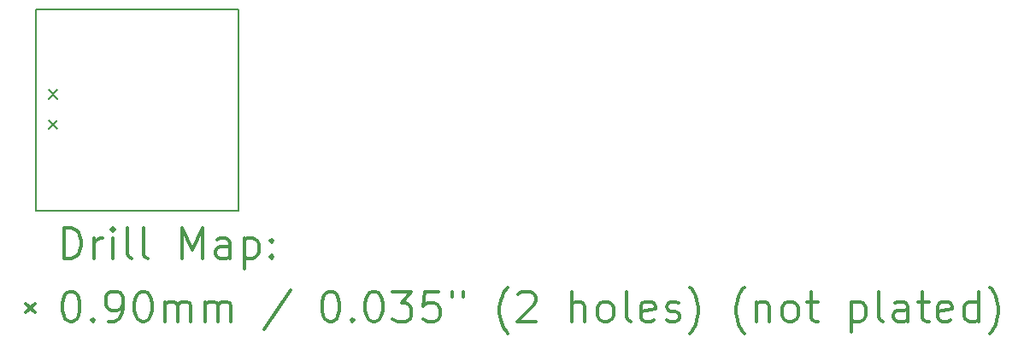
<source format=gbr>
%FSLAX45Y45*%
G04 Gerber Fmt 4.5, Leading zero omitted, Abs format (unit mm)*
G04 Created by KiCad (PCBNEW 5.1.6-c6e7f7d~87~ubuntu19.10.1) date 2020-11-02 18:57:57*
%MOMM*%
%LPD*%
G01*
G04 APERTURE LIST*
%TA.AperFunction,Profile*%
%ADD10C,0.150000*%
%TD*%
%ADD11C,0.200000*%
%ADD12C,0.300000*%
G04 APERTURE END LIST*
D10*
X6677960Y-3605340D02*
X6687960Y-3605340D01*
X6677960Y-5605340D02*
X6677960Y-3605340D01*
X6687960Y-5605340D02*
X6677960Y-5605340D01*
X8687960Y-5605340D02*
X6687960Y-5605340D01*
X8687960Y-3605340D02*
X8687960Y-5605340D01*
X6687960Y-3605340D02*
X8687960Y-3605340D01*
D11*
X6804960Y-4405340D02*
X6894960Y-4495340D01*
X6894960Y-4405340D02*
X6804960Y-4495340D01*
X6804960Y-4705340D02*
X6894960Y-4795340D01*
X6894960Y-4705340D02*
X6804960Y-4795340D01*
D12*
X6956888Y-6078554D02*
X6956888Y-5778554D01*
X7028317Y-5778554D01*
X7071174Y-5792840D01*
X7099746Y-5821411D01*
X7114031Y-5849983D01*
X7128317Y-5907126D01*
X7128317Y-5949983D01*
X7114031Y-6007126D01*
X7099746Y-6035697D01*
X7071174Y-6064269D01*
X7028317Y-6078554D01*
X6956888Y-6078554D01*
X7256888Y-6078554D02*
X7256888Y-5878554D01*
X7256888Y-5935697D02*
X7271174Y-5907126D01*
X7285460Y-5892840D01*
X7314031Y-5878554D01*
X7342603Y-5878554D01*
X7442603Y-6078554D02*
X7442603Y-5878554D01*
X7442603Y-5778554D02*
X7428317Y-5792840D01*
X7442603Y-5807126D01*
X7456888Y-5792840D01*
X7442603Y-5778554D01*
X7442603Y-5807126D01*
X7628317Y-6078554D02*
X7599746Y-6064269D01*
X7585460Y-6035697D01*
X7585460Y-5778554D01*
X7785460Y-6078554D02*
X7756888Y-6064269D01*
X7742603Y-6035697D01*
X7742603Y-5778554D01*
X8128317Y-6078554D02*
X8128317Y-5778554D01*
X8228317Y-5992840D01*
X8328317Y-5778554D01*
X8328317Y-6078554D01*
X8599746Y-6078554D02*
X8599746Y-5921411D01*
X8585460Y-5892840D01*
X8556888Y-5878554D01*
X8499746Y-5878554D01*
X8471174Y-5892840D01*
X8599746Y-6064269D02*
X8571174Y-6078554D01*
X8499746Y-6078554D01*
X8471174Y-6064269D01*
X8456888Y-6035697D01*
X8456888Y-6007126D01*
X8471174Y-5978554D01*
X8499746Y-5964269D01*
X8571174Y-5964269D01*
X8599746Y-5949983D01*
X8742603Y-5878554D02*
X8742603Y-6178554D01*
X8742603Y-5892840D02*
X8771174Y-5878554D01*
X8828317Y-5878554D01*
X8856888Y-5892840D01*
X8871174Y-5907126D01*
X8885460Y-5935697D01*
X8885460Y-6021411D01*
X8871174Y-6049983D01*
X8856888Y-6064269D01*
X8828317Y-6078554D01*
X8771174Y-6078554D01*
X8742603Y-6064269D01*
X9014031Y-6049983D02*
X9028317Y-6064269D01*
X9014031Y-6078554D01*
X8999746Y-6064269D01*
X9014031Y-6049983D01*
X9014031Y-6078554D01*
X9014031Y-5892840D02*
X9028317Y-5907126D01*
X9014031Y-5921411D01*
X8999746Y-5907126D01*
X9014031Y-5892840D01*
X9014031Y-5921411D01*
X6580460Y-6527840D02*
X6670460Y-6617840D01*
X6670460Y-6527840D02*
X6580460Y-6617840D01*
X7014031Y-6408554D02*
X7042603Y-6408554D01*
X7071174Y-6422840D01*
X7085460Y-6437126D01*
X7099746Y-6465697D01*
X7114031Y-6522840D01*
X7114031Y-6594269D01*
X7099746Y-6651411D01*
X7085460Y-6679983D01*
X7071174Y-6694269D01*
X7042603Y-6708554D01*
X7014031Y-6708554D01*
X6985460Y-6694269D01*
X6971174Y-6679983D01*
X6956888Y-6651411D01*
X6942603Y-6594269D01*
X6942603Y-6522840D01*
X6956888Y-6465697D01*
X6971174Y-6437126D01*
X6985460Y-6422840D01*
X7014031Y-6408554D01*
X7242603Y-6679983D02*
X7256888Y-6694269D01*
X7242603Y-6708554D01*
X7228317Y-6694269D01*
X7242603Y-6679983D01*
X7242603Y-6708554D01*
X7399746Y-6708554D02*
X7456888Y-6708554D01*
X7485460Y-6694269D01*
X7499746Y-6679983D01*
X7528317Y-6637126D01*
X7542603Y-6579983D01*
X7542603Y-6465697D01*
X7528317Y-6437126D01*
X7514031Y-6422840D01*
X7485460Y-6408554D01*
X7428317Y-6408554D01*
X7399746Y-6422840D01*
X7385460Y-6437126D01*
X7371174Y-6465697D01*
X7371174Y-6537126D01*
X7385460Y-6565697D01*
X7399746Y-6579983D01*
X7428317Y-6594269D01*
X7485460Y-6594269D01*
X7514031Y-6579983D01*
X7528317Y-6565697D01*
X7542603Y-6537126D01*
X7728317Y-6408554D02*
X7756888Y-6408554D01*
X7785460Y-6422840D01*
X7799746Y-6437126D01*
X7814031Y-6465697D01*
X7828317Y-6522840D01*
X7828317Y-6594269D01*
X7814031Y-6651411D01*
X7799746Y-6679983D01*
X7785460Y-6694269D01*
X7756888Y-6708554D01*
X7728317Y-6708554D01*
X7699746Y-6694269D01*
X7685460Y-6679983D01*
X7671174Y-6651411D01*
X7656888Y-6594269D01*
X7656888Y-6522840D01*
X7671174Y-6465697D01*
X7685460Y-6437126D01*
X7699746Y-6422840D01*
X7728317Y-6408554D01*
X7956888Y-6708554D02*
X7956888Y-6508554D01*
X7956888Y-6537126D02*
X7971174Y-6522840D01*
X7999746Y-6508554D01*
X8042603Y-6508554D01*
X8071174Y-6522840D01*
X8085460Y-6551411D01*
X8085460Y-6708554D01*
X8085460Y-6551411D02*
X8099746Y-6522840D01*
X8128317Y-6508554D01*
X8171174Y-6508554D01*
X8199746Y-6522840D01*
X8214031Y-6551411D01*
X8214031Y-6708554D01*
X8356888Y-6708554D02*
X8356888Y-6508554D01*
X8356888Y-6537126D02*
X8371174Y-6522840D01*
X8399746Y-6508554D01*
X8442603Y-6508554D01*
X8471174Y-6522840D01*
X8485460Y-6551411D01*
X8485460Y-6708554D01*
X8485460Y-6551411D02*
X8499746Y-6522840D01*
X8528317Y-6508554D01*
X8571174Y-6508554D01*
X8599746Y-6522840D01*
X8614031Y-6551411D01*
X8614031Y-6708554D01*
X9199746Y-6394269D02*
X8942603Y-6779983D01*
X9585460Y-6408554D02*
X9614031Y-6408554D01*
X9642603Y-6422840D01*
X9656888Y-6437126D01*
X9671174Y-6465697D01*
X9685460Y-6522840D01*
X9685460Y-6594269D01*
X9671174Y-6651411D01*
X9656888Y-6679983D01*
X9642603Y-6694269D01*
X9614031Y-6708554D01*
X9585460Y-6708554D01*
X9556888Y-6694269D01*
X9542603Y-6679983D01*
X9528317Y-6651411D01*
X9514031Y-6594269D01*
X9514031Y-6522840D01*
X9528317Y-6465697D01*
X9542603Y-6437126D01*
X9556888Y-6422840D01*
X9585460Y-6408554D01*
X9814031Y-6679983D02*
X9828317Y-6694269D01*
X9814031Y-6708554D01*
X9799746Y-6694269D01*
X9814031Y-6679983D01*
X9814031Y-6708554D01*
X10014031Y-6408554D02*
X10042603Y-6408554D01*
X10071174Y-6422840D01*
X10085460Y-6437126D01*
X10099746Y-6465697D01*
X10114031Y-6522840D01*
X10114031Y-6594269D01*
X10099746Y-6651411D01*
X10085460Y-6679983D01*
X10071174Y-6694269D01*
X10042603Y-6708554D01*
X10014031Y-6708554D01*
X9985460Y-6694269D01*
X9971174Y-6679983D01*
X9956888Y-6651411D01*
X9942603Y-6594269D01*
X9942603Y-6522840D01*
X9956888Y-6465697D01*
X9971174Y-6437126D01*
X9985460Y-6422840D01*
X10014031Y-6408554D01*
X10214031Y-6408554D02*
X10399746Y-6408554D01*
X10299746Y-6522840D01*
X10342603Y-6522840D01*
X10371174Y-6537126D01*
X10385460Y-6551411D01*
X10399746Y-6579983D01*
X10399746Y-6651411D01*
X10385460Y-6679983D01*
X10371174Y-6694269D01*
X10342603Y-6708554D01*
X10256888Y-6708554D01*
X10228317Y-6694269D01*
X10214031Y-6679983D01*
X10671174Y-6408554D02*
X10528317Y-6408554D01*
X10514031Y-6551411D01*
X10528317Y-6537126D01*
X10556888Y-6522840D01*
X10628317Y-6522840D01*
X10656888Y-6537126D01*
X10671174Y-6551411D01*
X10685460Y-6579983D01*
X10685460Y-6651411D01*
X10671174Y-6679983D01*
X10656888Y-6694269D01*
X10628317Y-6708554D01*
X10556888Y-6708554D01*
X10528317Y-6694269D01*
X10514031Y-6679983D01*
X10799746Y-6408554D02*
X10799746Y-6465697D01*
X10914031Y-6408554D02*
X10914031Y-6465697D01*
X11356888Y-6822840D02*
X11342603Y-6808554D01*
X11314031Y-6765697D01*
X11299746Y-6737126D01*
X11285460Y-6694269D01*
X11271174Y-6622840D01*
X11271174Y-6565697D01*
X11285460Y-6494269D01*
X11299746Y-6451411D01*
X11314031Y-6422840D01*
X11342603Y-6379983D01*
X11356888Y-6365697D01*
X11456888Y-6437126D02*
X11471174Y-6422840D01*
X11499746Y-6408554D01*
X11571174Y-6408554D01*
X11599746Y-6422840D01*
X11614031Y-6437126D01*
X11628317Y-6465697D01*
X11628317Y-6494269D01*
X11614031Y-6537126D01*
X11442603Y-6708554D01*
X11628317Y-6708554D01*
X11985460Y-6708554D02*
X11985460Y-6408554D01*
X12114031Y-6708554D02*
X12114031Y-6551411D01*
X12099746Y-6522840D01*
X12071174Y-6508554D01*
X12028317Y-6508554D01*
X11999746Y-6522840D01*
X11985460Y-6537126D01*
X12299746Y-6708554D02*
X12271174Y-6694269D01*
X12256888Y-6679983D01*
X12242603Y-6651411D01*
X12242603Y-6565697D01*
X12256888Y-6537126D01*
X12271174Y-6522840D01*
X12299746Y-6508554D01*
X12342603Y-6508554D01*
X12371174Y-6522840D01*
X12385460Y-6537126D01*
X12399746Y-6565697D01*
X12399746Y-6651411D01*
X12385460Y-6679983D01*
X12371174Y-6694269D01*
X12342603Y-6708554D01*
X12299746Y-6708554D01*
X12571174Y-6708554D02*
X12542603Y-6694269D01*
X12528317Y-6665697D01*
X12528317Y-6408554D01*
X12799746Y-6694269D02*
X12771174Y-6708554D01*
X12714031Y-6708554D01*
X12685460Y-6694269D01*
X12671174Y-6665697D01*
X12671174Y-6551411D01*
X12685460Y-6522840D01*
X12714031Y-6508554D01*
X12771174Y-6508554D01*
X12799746Y-6522840D01*
X12814031Y-6551411D01*
X12814031Y-6579983D01*
X12671174Y-6608554D01*
X12928317Y-6694269D02*
X12956888Y-6708554D01*
X13014031Y-6708554D01*
X13042603Y-6694269D01*
X13056888Y-6665697D01*
X13056888Y-6651411D01*
X13042603Y-6622840D01*
X13014031Y-6608554D01*
X12971174Y-6608554D01*
X12942603Y-6594269D01*
X12928317Y-6565697D01*
X12928317Y-6551411D01*
X12942603Y-6522840D01*
X12971174Y-6508554D01*
X13014031Y-6508554D01*
X13042603Y-6522840D01*
X13156888Y-6822840D02*
X13171174Y-6808554D01*
X13199746Y-6765697D01*
X13214031Y-6737126D01*
X13228317Y-6694269D01*
X13242603Y-6622840D01*
X13242603Y-6565697D01*
X13228317Y-6494269D01*
X13214031Y-6451411D01*
X13199746Y-6422840D01*
X13171174Y-6379983D01*
X13156888Y-6365697D01*
X13699746Y-6822840D02*
X13685460Y-6808554D01*
X13656888Y-6765697D01*
X13642603Y-6737126D01*
X13628317Y-6694269D01*
X13614031Y-6622840D01*
X13614031Y-6565697D01*
X13628317Y-6494269D01*
X13642603Y-6451411D01*
X13656888Y-6422840D01*
X13685460Y-6379983D01*
X13699746Y-6365697D01*
X13814031Y-6508554D02*
X13814031Y-6708554D01*
X13814031Y-6537126D02*
X13828317Y-6522840D01*
X13856888Y-6508554D01*
X13899746Y-6508554D01*
X13928317Y-6522840D01*
X13942603Y-6551411D01*
X13942603Y-6708554D01*
X14128317Y-6708554D02*
X14099746Y-6694269D01*
X14085460Y-6679983D01*
X14071174Y-6651411D01*
X14071174Y-6565697D01*
X14085460Y-6537126D01*
X14099746Y-6522840D01*
X14128317Y-6508554D01*
X14171174Y-6508554D01*
X14199746Y-6522840D01*
X14214031Y-6537126D01*
X14228317Y-6565697D01*
X14228317Y-6651411D01*
X14214031Y-6679983D01*
X14199746Y-6694269D01*
X14171174Y-6708554D01*
X14128317Y-6708554D01*
X14314031Y-6508554D02*
X14428317Y-6508554D01*
X14356888Y-6408554D02*
X14356888Y-6665697D01*
X14371174Y-6694269D01*
X14399746Y-6708554D01*
X14428317Y-6708554D01*
X14756888Y-6508554D02*
X14756888Y-6808554D01*
X14756888Y-6522840D02*
X14785460Y-6508554D01*
X14842603Y-6508554D01*
X14871174Y-6522840D01*
X14885460Y-6537126D01*
X14899746Y-6565697D01*
X14899746Y-6651411D01*
X14885460Y-6679983D01*
X14871174Y-6694269D01*
X14842603Y-6708554D01*
X14785460Y-6708554D01*
X14756888Y-6694269D01*
X15071174Y-6708554D02*
X15042603Y-6694269D01*
X15028317Y-6665697D01*
X15028317Y-6408554D01*
X15314031Y-6708554D02*
X15314031Y-6551411D01*
X15299746Y-6522840D01*
X15271174Y-6508554D01*
X15214031Y-6508554D01*
X15185460Y-6522840D01*
X15314031Y-6694269D02*
X15285460Y-6708554D01*
X15214031Y-6708554D01*
X15185460Y-6694269D01*
X15171174Y-6665697D01*
X15171174Y-6637126D01*
X15185460Y-6608554D01*
X15214031Y-6594269D01*
X15285460Y-6594269D01*
X15314031Y-6579983D01*
X15414031Y-6508554D02*
X15528317Y-6508554D01*
X15456888Y-6408554D02*
X15456888Y-6665697D01*
X15471174Y-6694269D01*
X15499746Y-6708554D01*
X15528317Y-6708554D01*
X15742603Y-6694269D02*
X15714031Y-6708554D01*
X15656888Y-6708554D01*
X15628317Y-6694269D01*
X15614031Y-6665697D01*
X15614031Y-6551411D01*
X15628317Y-6522840D01*
X15656888Y-6508554D01*
X15714031Y-6508554D01*
X15742603Y-6522840D01*
X15756888Y-6551411D01*
X15756888Y-6579983D01*
X15614031Y-6608554D01*
X16014031Y-6708554D02*
X16014031Y-6408554D01*
X16014031Y-6694269D02*
X15985460Y-6708554D01*
X15928317Y-6708554D01*
X15899746Y-6694269D01*
X15885460Y-6679983D01*
X15871174Y-6651411D01*
X15871174Y-6565697D01*
X15885460Y-6537126D01*
X15899746Y-6522840D01*
X15928317Y-6508554D01*
X15985460Y-6508554D01*
X16014031Y-6522840D01*
X16128317Y-6822840D02*
X16142603Y-6808554D01*
X16171174Y-6765697D01*
X16185460Y-6737126D01*
X16199746Y-6694269D01*
X16214031Y-6622840D01*
X16214031Y-6565697D01*
X16199746Y-6494269D01*
X16185460Y-6451411D01*
X16171174Y-6422840D01*
X16142603Y-6379983D01*
X16128317Y-6365697D01*
M02*

</source>
